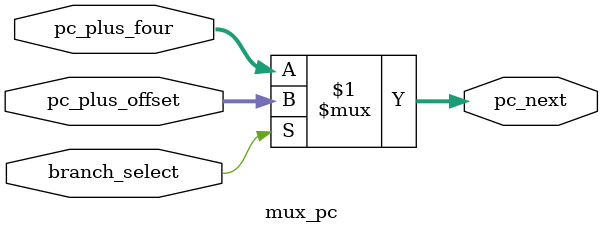
<source format=sv>
module mux_pc #(parameter width = 32) (pc_plus_four,pc_plus_offset,branch_select,pc_next);

input [width-1:0] pc_plus_four;
input [width-1:0] pc_plus_offset;
input branch_select;
output reg [width-1:0]pc_next;

assign pc_next=branch_select?pc_plus_offset:pc_plus_four;
endmodule

</source>
